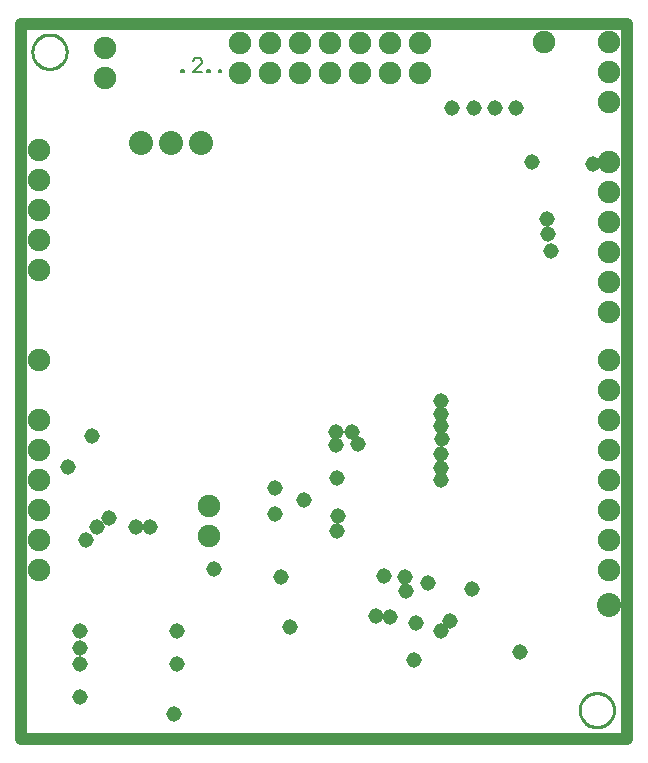
<source format=gbr>
%FSLAX44Y44*%
%MOMM*%
%SFA1B1*%

%IPPOS*%
%ADD10C,0.253999*%
%ADD40C,0.150000*%
%ADD50C,1.015998*%
%ADD51C,1.915996*%
%ADD52C,2.031996*%
%ADD53C,2.035996*%
%ADD54C,1.315997*%
G54D10*
X501751Y24249D02*
D01*
X501716Y25261*
X501610Y26268*
X501434Y27265*
X501190Y28247*
X500877Y29209*
X500498Y30148*
X500054Y31058*
X499548Y31934*
X498982Y32773*
X498359Y33571*
X497681Y34323*
X496953Y35026*
X496178Y35677*
X495359Y36272*
X494500Y36808*
X493607Y37284*
X492682Y37695*
X491731Y38042*
X490758Y38320*
X489768Y38531*
X488765Y38672*
X487755Y38743*
X486743*
X485734Y38672*
X484731Y38531*
X483741Y38320*
X482768Y38042*
X481817Y37695*
X480892Y37284*
X479998Y36808*
X479140Y36272*
X478321Y35677*
X477546Y35026*
X476817Y34323*
X476140Y33571*
X475517Y32773*
X474951Y31934*
X474445Y31058*
X474001Y30148*
X473622Y29209*
X473309Y28247*
X473064Y27265*
X472889Y26268*
X472783Y25261*
X472747Y24249*
X472783Y23238*
X472889Y22231*
X473064Y21234*
X473309Y20252*
X473622Y19289*
X474001Y18351*
X474445Y17441*
X474951Y16564*
X475517Y15725*
X476140Y14928*
X476817Y14175*
X477546Y13472*
X478321Y12822*
X479140Y12227*
X479998Y11690*
X480892Y11215*
X481817Y10803*
X482768Y10457*
X483741Y10178*
X484731Y9968*
X485734Y9827*
X486743Y9756*
X487755*
X488765Y9827*
X489768Y9968*
X490758Y10178*
X491731Y10457*
X492682Y10803*
X493607Y11215*
X494500Y11690*
X495359Y12227*
X496178Y12822*
X496953Y13472*
X497681Y14175*
X498359Y14928*
X498982Y15725*
X499548Y16564*
X500054Y17441*
X500498Y18351*
X500877Y19289*
X501190Y20252*
X501434Y21234*
X501610Y22231*
X501716Y23238*
X501751Y24249*
X38251Y581749D02*
D01*
X38216Y582761*
X38110Y583768*
X37934Y584764*
X37690Y585747*
X37377Y586709*
X36998Y587648*
X36554Y588558*
X36048Y589434*
X35482Y590273*
X34858Y591071*
X34181Y591823*
X33453Y592526*
X32678Y593177*
X31859Y593772*
X31000Y594308*
X30107Y594784*
X29182Y595195*
X28231Y595542*
X27258Y595821*
X26268Y596031*
X25265Y596172*
X24255Y596243*
X23243*
X22233Y596172*
X21231Y596031*
X20241Y595821*
X19268Y595542*
X18317Y595195*
X17392Y594784*
X16498Y594308*
X15640Y593772*
X14821Y593177*
X14046Y592526*
X13317Y591823*
X12640Y591071*
X12017Y590273*
X11451Y589434*
X10945Y588558*
X10501Y587648*
X10122Y586709*
X9809Y585747*
X9564Y584764*
X9389Y583768*
X9283Y582761*
X9247Y581749*
X9283Y580738*
X9389Y579731*
X9564Y578734*
X9809Y577752*
X10122Y576789*
X10501Y575851*
X10945Y574941*
X11451Y574064*
X12017Y573225*
X12640Y572428*
X13317Y571676*
X14046Y570972*
X14821Y570322*
X15640Y569727*
X16498Y569190*
X17392Y568715*
X18317Y568303*
X19268Y567957*
X20241Y567678*
X21231Y567468*
X22233Y567327*
X23243Y567256*
X24255*
X25265Y567327*
X26268Y567468*
X27258Y567678*
X28231Y567957*
X29182Y568303*
X30107Y568715*
X31000Y569190*
X31859Y569727*
X32678Y570322*
X33453Y570972*
X34181Y571676*
X34858Y572428*
X35482Y573225*
X36048Y574064*
X36554Y574941*
X36998Y575851*
X37377Y576789*
X37690Y577752*
X37934Y578734*
X38110Y579731*
X38216Y580738*
X38251Y581749*
G54D40*
X135249Y564249D02*
Y566248D01*
X137248*
Y564249*
X135249*
X153243D02*
X145246D01*
X153243Y572246*
Y574246*
X151244Y576245*
X147245*
X145246Y574246*
X157242Y564249D02*
Y566248D01*
X159241*
Y564249*
X157242*
X167239D02*
Y566248D01*
X169238*
Y564249*
X167239*
G54D50*
X0Y0D02*
Y604999D01*
X512599*
Y0D02*
Y604999D01*
X0Y0D02*
X512599D01*
G54D51*
X497599Y142999D03*
Y168399D03*
Y193799D03*
Y219199D03*
Y244599D03*
Y269999D03*
Y295399D03*
Y320799D03*
X442599Y589999D03*
X497599Y412199D03*
Y589999D03*
Y564599D03*
Y539199D03*
Y488399D03*
Y462999D03*
Y437599D03*
Y386799D03*
Y361399D03*
X158499Y197499D03*
Y172099D03*
X70999Y559849D03*
Y585249D03*
X14999Y269999D03*
Y244599D03*
Y219199D03*
Y193799D03*
Y168399D03*
Y142999D03*
Y498599D03*
Y473199D03*
Y447799D03*
Y422399D03*
Y396999D03*
Y320799D03*
X184999Y563999D03*
Y589399D03*
X210399Y563999D03*
Y589399D03*
X235799Y563999D03*
Y589399D03*
X261199Y563999D03*
Y589399D03*
X286599Y563999D03*
Y589399D03*
X311999Y563999D03*
Y589399D03*
X337399Y563999D03*
Y589399D03*
G54D52*
X497599Y113249D03*
G54D53*
X101499Y504499D03*
X126899D03*
X152299D03*
G54D54*
X59999Y256499D03*
X38999Y229999D03*
X354999Y218999D03*
Y228999D03*
X355999Y254000D03*
X354999Y240999D03*
X364749Y533999D03*
X354999Y264999D03*
Y274999D03*
Y285999D03*
X418999Y533999D03*
X400916D03*
X382832D03*
X265999Y259999D03*
Y248999D03*
X108999Y178999D03*
X445999Y426999D03*
X447999Y412999D03*
X284999Y249999D03*
X279999Y259999D03*
X73999Y186999D03*
X63999Y178999D03*
X54999Y167999D03*
X49999Y90999D03*
Y76999D03*
X444999Y439999D03*
X49999Y63249D03*
X266999Y220999D03*
X96999Y178999D03*
X49999Y34999D03*
X483999Y486999D03*
X431999Y487999D03*
X299999Y103999D03*
X325124Y136999D03*
X267249Y175999D03*
X325749Y125499D03*
X344499Y131749D03*
X381749Y126499D03*
X219999Y137249D03*
X227749Y94499D03*
X267999Y188499D03*
X306999Y137499D03*
X128749Y20749D03*
X214630Y190500D03*
X354999Y91249D03*
X312249Y103249D03*
X334249Y97999D03*
X421999Y73749D03*
X331999Y66999D03*
X214789Y212249D03*
X131749Y91249D03*
Y62999D03*
X162749Y143749D03*
X238999Y201999D03*
X362999Y99499D03*
M02*
</source>
